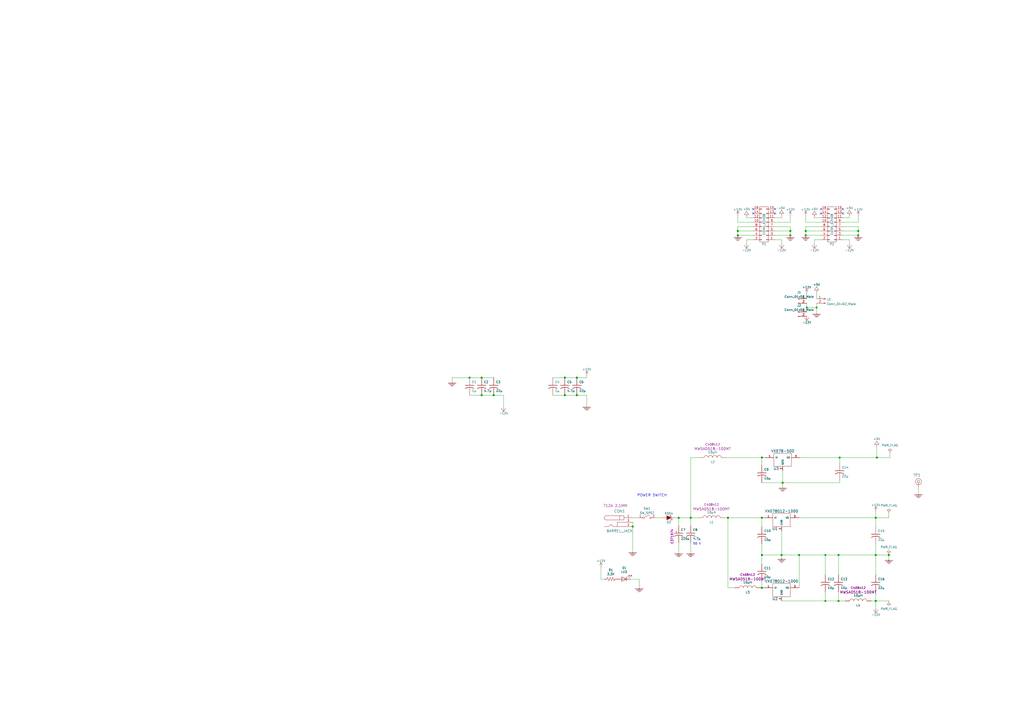
<source format=kicad_sch>
(kicad_sch (version 20211123) (generator eeschema)
  (paper "A2")
  (lib_symbols
    (symbol "Connector:Conn_01x02_Male" (pin_names (offset 1.016) hide)
      (property "Reference" "J" (at 0 2.54 0))
      (property "Value" "Conn_01x02_Male" (at 0 -5.08 0))
      (symbol "Conn_01x02_Male_1_1"
        (polyline (pts (xy 1.27 -2.54) (xy 0.8636 -2.54)) (stroke (width 0.1524)))
        (polyline (pts (xy 1.27 0) (xy 0.8636 0)) (stroke (width 0.1524)))
        (rectangle (start 0.8636 -2.413) (end 0 -2.667) (stroke (width 0.1524)) (fill (type outline)))
        (rectangle (start 0.8636 0.127) (end 0 -0.127) (stroke (width 0.1524)) (fill (type outline)))
        (pin passive line (at 5.08 0 180) (length 3.81) (name "Pin_1") (number "1"))
        (pin passive line (at 5.08 -2.54 180) (length 3.81) (name "Pin_2") (number "2"))
      )
    )
    (symbol "Device:LED" (pin_numbers hide) (pin_names (offset 1.016) hide)
      (property "Reference" "D" (at 0 2.54 0))
      (property "Value" "LED" (at 0 -2.54 0))
      (symbol "LED_0_1"
        (polyline (pts (xy -1.27 -1.27) (xy -1.27 1.27)) (stroke (width 0.2032)))
        (polyline (pts (xy -1.27 0) (xy 1.27 0)))
        (polyline (pts (xy 1.27 -1.27) (xy 1.27 1.27) (xy -1.27 0) (xy 1.27 -1.27)) (stroke (width 0.2032)))
        (polyline (pts (xy -3.048 -0.762) (xy -4.572 -2.286) (xy -3.81 -2.286) (xy -4.572 -2.286) (xy -4.572 -1.524)))
        (polyline (pts (xy -1.778 -0.762) (xy -3.302 -2.286) (xy -2.54 -2.286) (xy -3.302 -2.286) (xy -3.302 -1.524)))
      )
      (symbol "LED_1_1"
        (pin passive line (at -3.81 0 0) (length 2.54) (name "K") (number "1"))
        (pin passive line (at 3.81 0 180) (length 2.54) (name "A") (number "2"))
      )
    )
    (symbol "Device:R_US" (pin_numbers hide) (pin_names (offset 0))
      (property "Reference" "R" (at 2.54 0 90))
      (property "Value" "R_US" (at -2.54 0 90))
      (symbol "R_US_0_1"
        (polyline (pts (xy 0 -2.286) (xy 0 -2.54)))
        (polyline (pts (xy 0 2.286) (xy 0 2.54)))
        (polyline (pts (xy 0 -0.762) (xy 1.016 -1.143) (xy 0 -1.524) (xy -1.016 -1.905) (xy 0 -2.286)))
        (polyline (pts (xy 0 0.762) (xy 1.016 0.381) (xy 0 0) (xy -1.016 -0.381) (xy 0 -0.762)))
        (polyline (pts (xy 0 2.286) (xy 1.016 1.905) (xy 0 1.524) (xy -1.016 1.143) (xy 0 0.762)))
      )
      (symbol "R_US_1_1"
        (pin passive line (at 0 3.81 270) (length 1.27) (name "~") (number "1"))
        (pin passive line (at 0 -3.81 90) (length 1.27) (name "~") (number "2"))
      )
    )
    (symbol "Switch:SW_SPST" (pin_names (offset 0) hide)
      (property "Reference" "SW" (at 0 3.175 0))
      (property "Value" "SW_SPST" (at 0 -2.54 0))
      (symbol "SW_SPST_0_0"
        (circle (center -2.032 0) (radius 0.508))
        (polyline (pts (xy -1.524 0.254) (xy 1.524 1.778)))
        (circle (center 2.032 0) (radius 0.508))
      )
      (symbol "SW_SPST_1_1"
        (pin passive line (at -5.08 0 0) (length 2.54) (name "A") (number "1"))
        (pin passive line (at 5.08 0 180) (length 2.54) (name "B") (number "2"))
      )
    )
    (symbol "VXO_PSU-rescue:-12V" (power) (pin_names (offset 0))
      (property "Value" "-12V" (at 0 3.556 0))
      (symbol "-12V_0_1"
        (polyline (pts (xy 0 0) (xy 0 2.54)))
        (polyline (pts (xy 0 2.54) (xy -1.27 0.635)))
        (polyline (pts (xy 0 2.54) (xy 1.27 0.635)))
      )
      (symbol "-12V_1_1"
        (pin power_in line (at 0 0 90) (length 0) hide (name "-12V") (number "1"))
      )
    )
    (symbol "VXO_PSU-rescue:5V" (power) (pin_names (offset 0))
      (property "Value" "5V" (at 0 4.445 0))
      (symbol "5V_0_1"
        (polyline (pts (xy 0 1.27) (xy 0 0)))
        (polyline (pts (xy 1.27 1.27) (xy -1.27 1.27) (xy 0 3.175) (xy 1.27 1.27)))
      )
      (symbol "5V_1_1"
        (pin power_in line (at 0 0 90) (length 0) hide (name "+5V") (number "1"))
      )
    )
    (symbol "VXO_PSU-rescue:BARREL_JACK" (pin_names (offset 1.016))
      (property "Reference" "CON" (at 0 6.35 0))
      (property "Value" "BARREL_JACK" (at 0 -5.08 0))
      (symbol "BARREL_JACK_0_1"
        (arc (start -8.89 2.54) (mid -8.5271 1.6254) (end -7.62 1.27))
        (arc (start -7.62 3.81) (mid -8.5088 3.4366) (end -8.89 2.54))
        (polyline (pts (xy -7.62 1.27) (xy 0 1.27)))
        (polyline (pts (xy 0 3.81) (xy -7.62 3.81)))
        (polyline (pts (xy 2.54 0) (xy -1.27 0) (xy -1.27 -2.54)))
        (polyline (pts (xy 2.54 -2.54) (xy -3.81 -2.54) (xy -5.08 -1.27) (xy -6.35 -2.54) (xy -8.89 -2.54)))
        (rectangle (start 2.54 3.81) (end 0 1.27))
      )
      (symbol "BARREL_JACK_1_1"
        (pin passive line (at 7.62 2.54 180) (length 5.08) (name "~") (number "1"))
        (pin passive line (at 7.62 -2.54 180) (length 5.08) (name "~") (number "2"))
        (pin passive line (at 7.62 0 180) (length 5.08) (name "~") (number "3"))
      )
    )
    (symbol "VXO_PSU-rescue:CONN_02X08" (pin_names (offset 0.0254) hide)
      (property "Reference" "P" (at 0 11.43 0))
      (property "Value" "CONN_02X08" (at 0 0 90))
      (symbol "CONN_02X08_0_1"
        (rectangle (start -2.54 -8.763) (end -1.27 -9.017))
        (rectangle (start -2.54 -6.223) (end -1.27 -6.477))
        (rectangle (start -2.54 -3.683) (end -1.27 -3.937))
        (rectangle (start -2.54 -1.143) (end -1.27 -1.397))
        (rectangle (start -2.54 1.397) (end -1.27 1.143))
        (rectangle (start -2.54 3.937) (end -1.27 3.683))
        (rectangle (start -2.54 6.477) (end -1.27 6.223))
        (rectangle (start -2.54 9.017) (end -1.27 8.763))
        (rectangle (start -2.54 10.16) (end 2.54 -10.16))
        (rectangle (start 1.27 -8.763) (end 2.54 -9.017))
        (rectangle (start 1.27 -6.223) (end 2.54 -6.477))
        (rectangle (start 1.27 -3.683) (end 2.54 -3.937))
        (rectangle (start 1.27 -1.143) (end 2.54 -1.397))
        (rectangle (start 1.27 1.397) (end 2.54 1.143))
        (rectangle (start 1.27 3.937) (end 2.54 3.683))
        (rectangle (start 1.27 6.477) (end 2.54 6.223))
        (rectangle (start 1.27 9.017) (end 2.54 8.763))
      )
      (symbol "CONN_02X08_1_1"
        (pin passive line (at -6.35 8.89 0) (length 3.81) (name "P1") (number "1"))
        (pin passive line (at 6.35 -1.27 180) (length 3.81) (name "P10") (number "10"))
        (pin passive line (at -6.35 -3.81 0) (length 3.81) (name "P11") (number "11"))
        (pin passive line (at 6.35 -3.81 180) (length 3.81) (name "P12") (number "12"))
        (pin passive line (at -6.35 -6.35 0) (length 3.81) (name "P13") (number "13"))
        (pin passive line (at 6.35 -6.35 180) (length 3.81) (name "P14") (number "14"))
        (pin passive line (at -6.35 -8.89 0) (length 3.81) (name "P15") (number "15"))
        (pin passive line (at 6.35 -8.89 180) (length 3.81) (name "P16") (number "16"))
        (pin passive line (at 6.35 8.89 180) (length 3.81) (name "P2") (number "2"))
        (pin passive line (at -6.35 6.35 0) (length 3.81) (name "P3") (number "3"))
        (pin passive line (at 6.35 6.35 180) (length 3.81) (name "P4") (number "4"))
        (pin passive line (at -6.35 3.81 0) (length 3.81) (name "P5") (number "5"))
        (pin passive line (at 6.35 3.81 180) (length 3.81) (name "P6") (number "6"))
        (pin passive line (at -6.35 1.27 0) (length 3.81) (name "P7") (number "7"))
        (pin passive line (at 6.35 1.27 180) (length 3.81) (name "P8") (number "8"))
        (pin passive line (at -6.35 -1.27 0) (length 3.81) (name "P9") (number "9"))
      )
    )
    (symbol "VXO_PSU-rescue:CONN_1" (pin_numbers hide) (pin_names (offset 0.762) hide)
      (property "Reference" "P" (at 3.81 -1.27 90))
      (symbol "CONN_1_0_1"
        (polyline (pts (xy -0.762 0) (xy -1.27 0)))
        (circle (center 0 0) (radius 0.7874))
        (circle (center 0 0) (radius 1.8034))
      )
      (symbol "CONN_1_1_1"
        (pin passive line (at -3.81 0 0) (length 2.54) (name "1") (number "1"))
      )
    )
    (symbol "VXO_PSU-rescue:CP_US" (pin_numbers hide) (pin_names (offset 0.254) hide)
      (property "Reference" "C" (at 1.27 2.54 0))
      (property "Value" "CP_US" (at 1.27 -2.54 0))
      (symbol "CP_US_0_1"
        (polyline (pts (xy -1.778 1.524) (xy -0.762 1.524)) (stroke (width 0.127)))
        (polyline (pts (xy -1.27 1.016) (xy -1.27 2.032)) (stroke (width 0.127)))
        (polyline (pts (xy -2.54 0.635) (xy 2.54 0.635) (xy 2.54 0.635)) (stroke (width 0.254)))
        (arc (start 2.54 -1.27) (mid 0 -0.5009) (end -2.54 -1.27) (stroke (width 0.254)))
      )
      (symbol "CP_US_1_1"
        (pin passive line (at 0 5.08 270) (length 4.445) (name "+") (number "1"))
        (pin passive line (at 0 -5.08 90) (length 4.445) (name "-") (number "2"))
      )
    )
    (symbol "VXO_PSU-rescue:C_US" (pin_numbers hide) (pin_names (offset 0.254) hide)
      (property "Reference" "C" (at 1.27 2.54 0))
      (property "Value" "C_US" (at 1.27 -2.54 0))
      (symbol "C_US_0_1"
        (polyline (pts (xy -2.54 0.635) (xy 2.54 0.635) (xy 2.54 0.635)) (stroke (width 0.254)))
        (arc (start 2.54 -1.27) (mid 0 -0.5009) (end -2.54 -1.27) (stroke (width 0.254)))
      )
      (symbol "C_US_1_1"
        (pin passive line (at 0 5.08 270) (length 4.445) (name "~") (number "1"))
        (pin passive line (at 0 -5.08 90) (length 4.445) (name "~") (number "2"))
      )
    )
    (symbol "VXO_PSU-rescue:D_Schottky" (pin_numbers hide) (pin_names (offset 1.016) hide)
      (property "Reference" "D" (at 0 2.54 0))
      (property "Value" "D_Schottky" (at 0 -2.54 0))
      (symbol "D_Schottky_0_1"
        (polyline (pts (xy 1.27 1.27) (xy -1.27 0) (xy 1.27 -1.27)) (fill (type outline)))
        (polyline (pts (xy -1.905 0.635) (xy -1.905 1.27) (xy -1.27 1.27) (xy -1.27 -1.27) (xy -0.635 -1.27) (xy -0.635 -0.635)) (stroke (width 0.2032)))
      )
      (symbol "D_Schottky_1_1"
        (pin passive line (at -3.81 0 0) (length 2.54) (name "K") (number "1"))
        (pin passive line (at 3.81 0 180) (length 2.54) (name "A") (number "2"))
      )
    )
    (symbol "VXO_PSU-rescue:GND_E" (power) (pin_names (offset 0))
      (symbol "GND_E_1_1"
        (polyline (pts (xy -2.286 0) (xy 2.286 0)) (stroke (width 0.254)))
        (polyline (pts (xy -1.524 -0.762) (xy 1.524 -0.762)) (stroke (width 0.254)))
        (polyline (pts (xy -0.762 -1.524) (xy 0.762 -1.524)) (stroke (width 0.254)))
        (pin power_in line (at 0 0 270) (length 0) hide (name "GND") (number "~"))
      )
    )
    (symbol "VXO_PSU-rescue:INDUCTOR" (pin_numbers hide) (pin_names (offset 1.016) hide)
      (property "Reference" "L" (at -1.27 0 90))
      (property "Value" "INDUCTOR" (at 2.54 0 90))
      (symbol "INDUCTOR_0_1"
        (arc (start 0.0254 -5.0546) (mid 1.2449 -3.8097) (end 0.0254 -2.54))
        (arc (start 0.0254 -2.5146) (mid 1.2703 -1.2444) (end 0.0254 0.0508))
        (arc (start 0.0254 0.0254) (mid 1.2703 1.2956) (end 0.0254 2.5908))
        (arc (start 0.0254 2.5654) (mid 1.1941 3.7595) (end 0.0254 4.9784))
      )
      (symbol "INDUCTOR_1_1"
        (pin passive line (at 0 7.62 270) (length 2.54) (name "1") (number "1"))
        (pin passive line (at 0 -7.62 90) (length 2.54) (name "2") (number "2"))
      )
    )
    (symbol "VXO_PSU-rescue:R-78E5.0-1.0" (pin_names (offset 0.762))
      (property "Reference" "U" (at 3.81 -4.9784 0))
      (property "Value" "R-78E5.0-1.0" (at 0 5.08 0))
      (symbol "R-78E5.0-1.0_0_1"
        (rectangle (start -5.08 -3.81) (end 5.08 3.81))
      )
      (symbol "R-78E5.0-1.0_1_1"
        (pin input line (at -10.16 1.27 0) (length 5.08) (name "VI") (number "1"))
        (pin input line (at 0 -6.35 90) (length 2.54) (name "GND") (number "2"))
        (pin power_out line (at 10.16 1.27 180) (length 5.08) (name "VO") (number "3"))
      )
    )
    (symbol "power1:+12V" (power) (pin_names (offset 0))
      (property "Value" "+12V" (at 0 3.556 0))
      (symbol "+12V_0_1"
        (polyline (pts (xy -0.762 1.27) (xy 0 2.54)))
        (polyline (pts (xy 0 0) (xy 0 2.54)))
        (polyline (pts (xy 0 2.54) (xy 0.762 1.27)))
      )
      (symbol "+12V_1_1"
        (pin power_in line (at 0 0 90) (length 0) hide (name "+12V") (number "1"))
      )
    )
    (symbol "power1:PWR_FLAG" (power) (pin_numbers hide) (pin_names (offset 0) hide)
      (property "Value" "PWR_FLAG" (at 0 3.81 0))
      (symbol "PWR_FLAG_0_0"
        (pin power_out line (at 0 0 90) (length 0) (name "pwr") (number "1"))
      )
      (symbol "PWR_FLAG_0_1"
        (polyline (pts (xy 0 0) (xy 0 1.27) (xy -1.016 1.905) (xy 0 2.54) (xy 1.016 1.905) (xy 0 1.27)))
      )
    )
  )
  (junction (at 508 300.355) (diameter 1.016))
  (junction (at 327.66 219.075) (diameter 1.016))
  (junction (at 486.41 321.945) (diameter 1.016))
  (junction (at 478.79 321.945))
  (junction (at 473.71 178.435))
  (junction (at 393.7 300.355) (diameter 1.016))
  (junction (at 467.36 133.985) (diameter 1.016))
  (junction (at 458.47 133.985) (diameter 1.016))
  (junction (at 334.645 229.235) (diameter 1.016))
  (junction (at 478.79 348.615))
  (junction (at 497.84 133.985) (diameter 1.016))
  (junction (at 441.96 265.43) (diameter 1.016))
  (junction (at 467.995 178.435))
  (junction (at 327.66 229.235) (diameter 1.016))
  (junction (at 508.635 265.43) (diameter 1.016))
  (junction (at 486.41 348.615) (diameter 1.016))
  (junction (at 427.99 136.525) (diameter 1.016))
  (junction (at 334.645 219.075) (diameter 1.016))
  (junction (at 454.025 280.035) (diameter 1.016))
  (junction (at 497.84 136.525) (diameter 1.016))
  (junction (at 272.415 219.075) (diameter 1.016))
  (junction (at 441.96 300.355) (diameter 1.016))
  (junction (at 286.385 229.235) (diameter 1.016))
  (junction (at 400.685 300.355) (diameter 1.016))
  (junction (at 441.96 321.945) (diameter 1.016))
  (junction (at 279.4 229.235) (diameter 1.016))
  (junction (at 441.96 340.995) (diameter 1.016))
  (junction (at 422.275 300.355) (diameter 1.016))
  (junction (at 487.045 265.43) (diameter 1.016))
  (junction (at 458.47 136.525) (diameter 1.016))
  (junction (at 279.4 219.075) (diameter 1.016))
  (junction (at 508 348.615) (diameter 1.016))
  (junction (at 508 321.945) (diameter 1.016))
  (junction (at 463.55 321.945) (diameter 1.016))
  (junction (at 427.99 133.985) (diameter 1.016))
  (junction (at 453.39 321.945) (diameter 1.016))
  (junction (at 515.62 321.945) (diameter 1.016))
  (junction (at 367.03 305.435) (diameter 1.016))
  (junction (at 467.36 136.525) (diameter 1.016))
  (no_connect (at 488.95 121.285))
  (no_connect (at 488.95 123.825))
  (no_connect (at 476.25 121.285))
  (no_connect (at 476.25 123.825))
  (no_connect (at 449.58 121.285))
  (no_connect (at 449.58 123.825))
  (no_connect (at 436.88 121.285))
  (no_connect (at 436.88 123.825))
  (wire (pts (xy 505.46 348.615) (xy 508 348.615)))
  (wire (pts (xy 441.96 340.995) (xy 443.23 340.995)))
  (wire (pts (xy 380.365 300.355) (xy 384.175 300.355)))
  (wire (pts (xy 320.675 229.235) (xy 327.66 229.235)))
  (wire (pts (xy 488.95 131.445) (xy 497.84 131.445)))
  (wire (pts (xy 348.615 328.93) (xy 348.615 335.915)))
  (wire (pts (xy 348.615 335.915) (xy 350.52 335.915)))
  (wire (pts (xy 436.88 133.985) (xy 427.99 133.985)))
  (wire (pts (xy 441.96 269.875) (xy 441.96 265.43)))
  (wire (pts (xy 492.76 126.365) (xy 488.95 126.365)))
  (wire (pts (xy 441.96 265.43) (xy 443.865 265.43)))
  (wire (pts (xy 508 300.355) (xy 515.62 300.355)))
  (wire (pts (xy 476.25 131.445) (xy 467.36 131.445)))
  (wire (pts (xy 427.99 125.095) (xy 427.99 128.905)))
  (wire (pts (xy 467.36 125.095) (xy 467.36 128.905)))
  (wire (pts (xy 508 343.535) (xy 508 348.615)))
  (wire (pts (xy 467.36 133.985) (xy 467.36 136.525)))
  (wire (pts (xy 370.84 335.915) (xy 370.84 341.63)))
  (wire (pts (xy 486.41 321.945) (xy 508 321.945)))
  (wire (pts (xy 487.045 265.43) (xy 487.045 268.605)))
  (wire (pts (xy 488.95 136.525) (xy 497.84 136.525)))
  (wire (pts (xy 453.39 348.615) (xy 478.79 348.615)))
  (wire (pts (xy 420.37 300.355) (xy 422.275 300.355)))
  (wire (pts (xy 508.635 265.43) (xy 516.255 265.43)))
  (wire (pts (xy 453.39 139.065) (xy 449.58 139.065)))
  (wire (pts (xy 454.025 280.035) (xy 454.025 283.21)))
  (wire (pts (xy 492.76 141.605) (xy 492.76 139.065)))
  (wire (pts (xy 279.4 219.075) (xy 286.385 219.075)))
  (wire (pts (xy 492.76 139.065) (xy 488.95 139.065)))
  (wire (pts (xy 476.25 133.985) (xy 467.36 133.985)))
  (wire (pts (xy 508.635 265.43) (xy 508.635 259.08)))
  (wire (pts (xy 340.36 217.805) (xy 340.36 219.075)))
  (wire (pts (xy 487.045 265.43) (xy 508.635 265.43)))
  (wire (pts (xy 472.44 126.365) (xy 476.25 126.365)))
  (wire (pts (xy 433.07 126.365) (xy 436.88 126.365)))
  (wire (pts (xy 453.39 141.605) (xy 453.39 139.065)))
  (wire (pts (xy 427.99 136.525) (xy 427.99 137.795)))
  (wire (pts (xy 449.58 136.525) (xy 458.47 136.525)))
  (wire (pts (xy 433.07 125.73) (xy 433.07 126.365)))
  (wire (pts (xy 492.76 125.095) (xy 492.76 126.365)))
  (wire (pts (xy 478.79 343.535) (xy 478.79 348.615)))
  (wire (pts (xy 487.045 280.035) (xy 487.045 278.765)))
  (wire (pts (xy 472.44 139.065) (xy 472.44 141.605)))
  (wire (pts (xy 463.55 321.945) (xy 478.79 321.945)))
  (wire (pts (xy 486.41 343.535) (xy 486.41 348.615)))
  (wire (pts (xy 422.275 340.995) (xy 426.085 340.995)))
  (wire (pts (xy 486.41 321.945) (xy 486.41 333.375)))
  (wire (pts (xy 467.36 131.445) (xy 467.36 133.985)))
  (wire (pts (xy 515.62 321.945) (xy 515.62 325.12)))
  (wire (pts (xy 476.25 139.065) (xy 472.44 139.065)))
  (wire (pts (xy 334.645 219.075) (xy 340.36 219.075)))
  (wire (pts (xy 478.79 321.945) (xy 486.41 321.945)))
  (wire (pts (xy 458.47 128.905) (xy 449.58 128.905)))
  (wire (pts (xy 441.96 315.595) (xy 441.96 321.945)))
  (wire (pts (xy 449.58 133.985) (xy 458.47 133.985)))
  (wire (pts (xy 497.84 133.985) (xy 497.84 136.525)))
  (wire (pts (xy 367.03 302.895) (xy 367.03 305.435)))
  (wire (pts (xy 458.47 125.095) (xy 458.47 128.905)))
  (wire (pts (xy 508 321.945) (xy 515.62 321.945)))
  (wire (pts (xy 422.275 300.355) (xy 441.96 300.355)))
  (wire (pts (xy 478.79 321.945) (xy 478.79 333.375)))
  (wire (pts (xy 422.275 300.355) (xy 422.275 340.995)))
  (wire (pts (xy 367.03 300.355) (xy 370.205 300.355)))
  (wire (pts (xy 327.66 229.235) (xy 334.645 229.235)))
  (wire (pts (xy 467.36 136.525) (xy 467.36 137.795)))
  (wire (pts (xy 441.96 305.435) (xy 441.96 300.355)))
  (wire (pts (xy 516.255 265.43) (xy 516.255 262.89)))
  (wire (pts (xy 453.39 321.945) (xy 463.55 321.945)))
  (wire (pts (xy 453.39 126.365) (xy 449.58 126.365)))
  (wire (pts (xy 427.99 131.445) (xy 427.99 133.985)))
  (wire (pts (xy 458.47 131.445) (xy 458.47 133.985)))
  (wire (pts (xy 441.96 321.945) (xy 453.39 321.945)))
  (wire (pts (xy 463.55 300.355) (xy 508 300.355)))
  (wire (pts (xy 320.675 219.075) (xy 327.66 219.075)))
  (wire (pts (xy 292.1 236.22) (xy 292.1 229.235)))
  (wire (pts (xy 400.685 314.96) (xy 400.685 321.31)))
  (wire (pts (xy 454.025 280.035) (xy 487.045 280.035)))
  (wire (pts (xy 472.44 125.73) (xy 472.44 126.365)))
  (wire (pts (xy 473.71 178.435) (xy 467.995 178.435)))
  (wire (pts (xy 497.84 128.905) (xy 488.95 128.905)))
  (wire (pts (xy 508 296.545) (xy 508 300.355)))
  (wire (pts (xy 508 300.355) (xy 508 305.435)))
  (wire (pts (xy 262.255 219.075) (xy 262.255 222.25)))
  (wire (pts (xy 441.96 321.945) (xy 441.96 327.025)))
  (wire (pts (xy 393.7 300.355) (xy 400.685 300.355)))
  (wire (pts (xy 486.41 348.615) (xy 490.22 348.615)))
  (wire (pts (xy 508 315.595) (xy 508 321.945)))
  (wire (pts (xy 454.025 273.05) (xy 454.025 280.035)))
  (wire (pts (xy 478.79 348.615) (xy 486.41 348.615)))
  (wire (pts (xy 400.685 265.43) (xy 400.685 300.355)))
  (wire (pts (xy 458.47 136.525) (xy 458.47 137.795)))
  (wire (pts (xy 286.385 229.235) (xy 292.1 229.235)))
  (wire (pts (xy 400.685 300.355) (xy 400.685 304.8)))
  (wire (pts (xy 497.84 131.445) (xy 497.84 133.985)))
  (wire (pts (xy 453.39 125.095) (xy 453.39 126.365)))
  (wire (pts (xy 453.39 307.975) (xy 453.39 321.945)))
  (wire (pts (xy 433.07 139.065) (xy 433.07 141.605)))
  (wire (pts (xy 367.03 305.435) (xy 367.03 320.675)))
  (wire (pts (xy 427.99 133.985) (xy 427.99 136.525)))
  (wire (pts (xy 458.47 133.985) (xy 458.47 136.525)))
  (wire (pts (xy 467.36 128.905) (xy 476.25 128.905)))
  (wire (pts (xy 453.39 321.945) (xy 453.39 324.485)))
  (wire (pts (xy 488.95 133.985) (xy 497.84 133.985)))
  (wire (pts (xy 272.415 229.235) (xy 279.4 229.235)))
  (wire (pts (xy 473.71 178.435) (xy 473.71 182.245)))
  (wire (pts (xy 464.185 265.43) (xy 487.045 265.43)))
  (wire (pts (xy 473.71 175.895) (xy 473.71 178.435)))
  (wire (pts (xy 497.84 125.095) (xy 497.84 128.905)))
  (wire (pts (xy 473.71 169.545) (xy 473.71 173.355)))
  (wire (pts (xy 508 348.615) (xy 515.62 348.615)))
  (wire (pts (xy 467.995 170.18) (xy 467.995 173.355)))
  (wire (pts (xy 436.88 131.445) (xy 427.99 131.445)))
  (wire (pts (xy 532.765 283.21) (xy 532.765 287.02)))
  (wire (pts (xy 427.99 128.905) (xy 436.88 128.905)))
  (wire (pts (xy 405.765 265.43) (xy 400.685 265.43)))
  (wire (pts (xy 467.995 178.435) (xy 467.995 180.975)))
  (wire (pts (xy 400.685 300.355) (xy 405.13 300.355)))
  (wire (pts (xy 327.66 219.075) (xy 334.645 219.075)))
  (wire (pts (xy 393.7 304.8) (xy 393.7 300.355)))
  (wire (pts (xy 449.58 131.445) (xy 458.47 131.445)))
  (wire (pts (xy 508 321.945) (xy 508 333.375)))
  (wire (pts (xy 340.36 236.22) (xy 340.36 229.235)))
  (wire (pts (xy 421.005 265.43) (xy 441.96 265.43)))
  (wire (pts (xy 436.88 139.065) (xy 433.07 139.065)))
  (wire (pts (xy 391.795 300.355) (xy 393.7 300.355)))
  (wire (pts (xy 476.25 136.525) (xy 467.36 136.525)))
  (wire (pts (xy 393.7 314.96) (xy 393.7 321.31)))
  (wire (pts (xy 467.995 175.895) (xy 467.995 178.435)))
  (wire (pts (xy 262.255 219.075) (xy 272.415 219.075)))
  (wire (pts (xy 441.96 280.035) (xy 454.025 280.035)))
  (wire (pts (xy 279.4 229.235) (xy 286.385 229.235)))
  (wire (pts (xy 515.62 300.355) (xy 515.62 297.815)))
  (wire (pts (xy 463.55 321.945) (xy 463.55 340.995)))
  (wire (pts (xy 272.415 219.075) (xy 279.4 219.075)))
  (wire (pts (xy 441.96 337.185) (xy 441.96 340.995)))
  (wire (pts (xy 436.88 136.525) (xy 427.99 136.525)))
  (wire (pts (xy 441.96 300.355) (xy 443.23 300.355)))
  (wire (pts (xy 508 348.615) (xy 508 353.06)))
  (wire (pts (xy 365.76 335.915) (xy 370.84 335.915)))
  (wire (pts (xy 497.84 136.525) (xy 497.84 137.795)))
  (wire (pts (xy 441.325 340.995) (xy 441.96 340.995)))
  (wire (pts (xy 334.645 229.235) (xy 340.36 229.235)))
  (text "50 V" (at 401.955 316.23 0) (effects (font (size 1.27 1.27)) (justify left bottom)))
  (text "POWER SWITCH" (at 369.57 288.29 0) (effects (font (size 1.524 1.524)) (justify left bottom)))
  (symbol (lib_id "VXO_PSU-rescue:GND_E") (at 453.39 324.485 0) (unit 1)
    (property "Reference" "#PWR016" (effects hide))
    (property "Value" "GND_E" (effects hide))
    (property "Footprint" "~" (at 453.39 324.485 0) (effects (font (size 1.524 1.524))))
    (property "Datasheet" "~" (at 453.39 324.485 0) (effects (font (size 1.524 1.524))))
  )
  (symbol (lib_id "VXO_PSU-rescue:C_US") (at 441.96 310.515 0) (unit 1)
    (property "Reference" "C10" (at 443.23 307.975 0) (effects (justify left)))
    (property "Value" "10µ" (at 443.23 313.055 0) (effects (justify left)))
    (property "Footprint" "Capacitor_SMD:C_1206_3216Metric" (effects hide))
    (property "LCSC" "C13585" (effects hide))
  )
  (symbol (lib_id "VXO_PSU-rescue:R-78E5.0-1.0") (at 453.39 301.625 0) (unit 1)
    (property "Reference" "U1" (at 449.58 306.705 0) (effects (font (size 1.524 1.524))))
    (property "Value" "VX078012-1000" (at 453.39 296.545 0) (effects (font (size 1.524 1.524))))
    (property "Footprint" "MyFootprints:VXO78012-1000" (effects hide))
  )
  (symbol (lib_id "VXO_PSU-rescue:CONN_1") (at 532.765 279.4 90) (unit 1)
    (property "Reference" "TP1" (at 534.035 275.59 90) (effects (font (size 1.524 1.524)) (justify left)))
    (property "Value" "CONN_1" (effects hide))
    (property "Footprint" "MyModules:TEST_POINT_LOOP_4592" (effects hide))
  )
  (symbol (lib_id "VXO_PSU-rescue:GND_E") (at 532.765 287.02 0) (unit 1)
    (property "Reference" "#PWR036" (effects hide))
    (property "Value" "GND_E" (effects hide))
    (property "Footprint" "~" (at 532.765 287.02 0) (effects (font (size 1.524 1.524))))
    (property "Datasheet" "~" (at 532.765 287.02 0) (effects (font (size 1.524 1.524))))
  )
  (symbol (lib_id "VXO_PSU-rescue:INDUCTOR") (at 412.75 300.355 90) (unit 1)
    (property "Reference" "L1" (at 412.75 302.895 90))
    (property "Value" "10µH" (at 412.75 297.18 90))
    (property "Footprint" "MyFootprints:L_Sunlord_MWSA0518_5.4x5.2mm" (effects hide))
    (property "Part Number" "MWSA0518-100MT" (at 412.75 295.275 90) (effects (font (size 1.524 1.524))))
    (property "LCSC" "C408412" (at 412.75 292.735 90))
  )
  (symbol (lib_id "VXO_PSU-rescue:BARREL_JACK") (at 359.41 302.895 0) (unit 1)
    (property "Reference" "CON1" (at 359.41 296.545 0) (effects (font (size 1.524 1.524))))
    (property "Value" "BARREL_JACK" (at 359.41 307.975 0) (effects (font (size 1.524 1.524))))
    (property "Footprint" "MyFootprints:712A-DC-JACK" (effects hide))
    (property "Part Number" "712A 2.1MM" (at 356.87 293.37 0) (effects (font (size 1.524 1.524))))
  )
  (symbol (lib_id "VXO_PSU-rescue:D_Schottky") (at 387.985 300.355 180) (unit 1)
    (property "Reference" "D2" (at 387.985 302.895 0))
    (property "Value" "SS54" (at 387.985 297.815 0))
    (property "Footprint" "Diode_SMD:D_SMA" (effects hide))
    (property "LCSC" "C22452" (effects hide))
  )
  (symbol (lib_id "VXO_PSU-rescue:GND_E") (at 367.03 320.675 0) (unit 1)
    (property "Reference" "#PWR06" (effects hide))
    (property "Value" "GND_E" (effects hide))
    (property "Footprint" "~" (at 367.03 320.675 0) (effects (font (size 1.524 1.524))))
    (property "Datasheet" "~" (at 367.03 320.675 0) (effects (font (size 1.524 1.524))))
  )
  (symbol (lib_id "VXO_PSU-rescue:C_US") (at 508 310.515 0) (unit 1)
    (property "Reference" "C15" (at 509.27 307.975 0) (effects (justify left)))
    (property "Value" "22µ" (at 509.27 313.055 0) (effects (justify left)))
    (property "Footprint" "Capacitor_SMD:C_1206_3216Metric" (effects hide))
    (property "LCSC" "C12891" (effects hide))
  )
  (symbol (lib_id "VXO_PSU-rescue:R-78E5.0-1.0") (at 453.39 342.265 0) (unit 1)
    (property "Reference" "U2" (at 449.58 347.345 0) (effects (font (size 1.524 1.524))))
    (property "Value" "VX078012-1000" (at 453.39 337.185 0) (effects (font (size 1.524 1.524))))
    (property "Footprint" "MyFootprints:VXO78012-1000" (effects hide))
  )
  (symbol (lib_id "VXO_PSU-rescue:C_US") (at 441.96 332.105 0) (unit 1)
    (property "Reference" "C11" (at 443.23 329.565 0) (effects (justify left)))
    (property "Value" "10µ" (at 443.23 334.645 0) (effects (justify left)))
    (property "Footprint" "Capacitor_SMD:C_1206_3216Metric" (effects hide))
    (property "LCSC" "C13585" (effects hide))
  )
  (symbol (lib_id "VXO_PSU-rescue:C_US") (at 486.41 338.455 0) (unit 1)
    (property "Reference" "C13" (at 487.68 335.915 0) (effects (justify left)))
    (property "Value" "10µ" (at 487.68 340.995 0) (effects (justify left)))
    (property "Footprint" "Capacitor_SMD:C_0603_1608Metric" (effects hide))
    (property "LCSC" "C96446" (effects hide))
  )
  (symbol (lib_id "VXO_PSU-rescue:C_US") (at 508 338.455 0) (unit 1)
    (property "Reference" "C16" (at 509.27 335.915 0) (effects (justify left)))
    (property "Value" "22µ" (at 509.27 340.995 0) (effects (justify left)))
    (property "Footprint" "Capacitor_SMD:C_1206_3216Metric" (effects hide))
    (property "LCSC" "C12891" (effects hide))
  )
  (symbol (lib_id "VXO_PSU-rescue:C_US") (at 400.685 309.88 0) (unit 1)
    (property "Reference" "C8" (at 401.955 307.34 0) (effects (justify left)))
    (property "Value" "4.7µ" (at 401.955 312.42 0) (effects (justify left)))
    (property "Footprint" "Capacitor_SMD:C_1206_3216Metric" (effects hide))
    (property "LCSC" "C132170" (effects hide))
  )
  (symbol (lib_id "VXO_PSU-rescue:GND_E") (at 400.685 321.31 0) (unit 1)
    (property "Reference" "#PWR09" (effects hide))
    (property "Value" "GND_E" (effects hide))
    (property "Footprint" "~" (at 400.685 321.31 0) (effects (font (size 1.524 1.524))))
    (property "Datasheet" "~" (at 400.685 321.31 0) (effects (font (size 1.524 1.524))))
  )
  (symbol (lib_id "power1:PWR_FLAG") (at 515.62 297.815 0) (unit 1)
    (property "Reference" "#FLG01" (effects hide))
    (property "Value" "PWR_FLAG" (at 515.62 293.243 0))
  )
  (symbol (lib_id "power1:PWR_FLAG") (at 515.62 321.945 0) (unit 1)
    (property "Reference" "#FLG02" (effects hide))
    (property "Value" "PWR_FLAG" (at 515.62 317.373 0))
  )
  (symbol (lib_id "power1:PWR_FLAG") (at 515.62 348.615 180) (unit 1)
    (property "Reference" "#FLG03" (effects hide))
    (property "Value" "PWR_FLAG" (at 515.62 353.187 0))
  )
  (symbol (lib_id "VXO_PSU-rescue:CONN_02X08") (at 443.23 130.175 180) (unit 1)
    (property "Reference" "P1" (at 443.23 141.605 0))
    (property "Value" "CONN_02X08" (at 443.23 130.175 90))
    (property "Footprint" "Connector_IDC:IDC-Header_2x08_P2.54mm_Vertical" (effects hide))
  )
  (symbol (lib_id "power1:+12V") (at 427.99 125.095 0) (unit 1)
    (property "Reference" "#PWR010" (effects hide))
    (property "Value" "+12V" (at 427.99 121.539 0))
  )
  (symbol (lib_id "VXO_PSU-rescue:5V") (at 433.07 125.73 0) (unit 1)
    (property "Reference" "#PWR012" (effects hide))
    (property "Value" "5V" (at 433.07 121.285 0))
  )
  (symbol (lib_id "VXO_PSU-rescue:5V") (at 453.39 125.095 0) (unit 1)
    (property "Reference" "#PWR014" (effects hide))
    (property "Value" "5V" (at 453.39 120.65 0))
  )
  (symbol (lib_id "power1:+12V") (at 458.47 125.095 0) (mirror y) (unit 1)
    (property "Reference" "#PWR018" (effects hide))
    (property "Value" "+12V" (at 458.47 121.539 0))
  )
  (symbol (lib_id "VXO_PSU-rescue:-12V") (at 433.07 141.605 180) (unit 1)
    (property "Reference" "#PWR013" (effects hide))
    (property "Value" "-12V" (at 433.07 145.161 0))
  )
  (symbol (lib_id "VXO_PSU-rescue:-12V") (at 453.39 141.605 180) (unit 1)
    (property "Reference" "#PWR015" (effects hide))
    (property "Value" "-12V" (at 453.39 145.161 0))
  )
  (symbol (lib_id "VXO_PSU-rescue:CONN_02X08") (at 482.6 130.175 180) (unit 1)
    (property "Reference" "P2" (at 482.6 141.605 0))
    (property "Value" "CONN_02X08" (at 482.6 130.175 90))
    (property "Footprint" "Connector_IDC:IDC-Header_2x08_P2.54mm_Vertical" (effects hide))
  )
  (symbol (lib_id "power1:+12V") (at 467.36 125.095 0) (unit 1)
    (property "Reference" "#PWR020" (effects hide))
    (property "Value" "+12V" (at 467.36 121.539 0))
  )
  (symbol (lib_id "VXO_PSU-rescue:5V") (at 472.44 125.73 0) (unit 1)
    (property "Reference" "#PWR024" (effects hide))
    (property "Value" "5V" (at 472.44 121.285 0))
  )
  (symbol (lib_id "VXO_PSU-rescue:5V") (at 492.76 125.095 0) (unit 1)
    (property "Reference" "#PWR028" (effects hide))
    (property "Value" "5V" (at 492.76 120.65 0))
  )
  (symbol (lib_id "power1:+12V") (at 497.84 125.095 0) (mirror y) (unit 1)
    (property "Reference" "#PWR030" (effects hide))
    (property "Value" "+12V" (at 497.84 121.539 0))
  )
  (symbol (lib_id "VXO_PSU-rescue:-12V") (at 472.44 141.605 180) (unit 1)
    (property "Reference" "#PWR025" (effects hide))
    (property "Value" "-12V" (at 472.44 145.161 0))
  )
  (symbol (lib_id "VXO_PSU-rescue:-12V") (at 492.76 141.605 180) (unit 1)
    (property "Reference" "#PWR029" (effects hide))
    (property "Value" "-12V" (at 492.76 145.161 0))
  )
  (symbol (lib_id "power1:+12V") (at 508 296.545 0) (unit 1)
    (property "Reference" "#PWR032" (effects hide))
    (property "Value" "+12V" (at 508 292.989 0))
  )
  (symbol (lib_id "VXO_PSU-rescue:-12V") (at 508 353.06 180) (unit 1)
    (property "Reference" "#PWR033" (effects hide))
    (property "Value" "-12V" (at 508 356.616 0))
  )
  (symbol (lib_id "VXO_PSU-rescue:R-78E5.0-1.0") (at 454.025 266.7 0) (unit 1)
    (property "Reference" "U3" (at 450.215 271.78 0) (effects (font (size 1.524 1.524))))
    (property "Value" "VX078-500" (at 454.025 261.62 0) (effects (font (size 1.524 1.524))))
    (property "Footprint" "MyFootprints:CUI_VXO780XX-500" (effects hide))
  )
  (symbol (lib_id "VXO_PSU-rescue:C_US") (at 441.96 274.955 0) (unit 1)
    (property "Reference" "C9" (at 443.23 272.415 0) (effects (justify left)))
    (property "Value" "10µ" (at 443.23 277.495 0) (effects (justify left)))
    (property "Footprint" "Capacitor_SMD:C_1206_3216Metric" (effects hide))
    (property "LCSC" "C13585" (effects hide))
  )
  (symbol (lib_id "VXO_PSU-rescue:GND_E") (at 454.025 283.21 0) (unit 1)
    (property "Reference" "#PWR017" (effects hide))
    (property "Value" "GND_E" (effects hide))
    (property "Footprint" "~" (at 454.025 283.21 0) (effects (font (size 1.524 1.524))))
    (property "Datasheet" "~" (at 454.025 283.21 0) (effects (font (size 1.524 1.524))))
  )
  (symbol (lib_id "VXO_PSU-rescue:C_US") (at 487.045 273.685 0) (unit 1)
    (property "Reference" "C14" (at 488.315 271.145 0) (effects (justify left)))
    (property "Value" "22µ" (at 488.315 276.225 0) (effects (justify left)))
    (property "Footprint" "Capacitor_SMD:C_1206_3216Metric" (effects hide))
    (property "LCSC" "C12891" (effects hide))
  )
  (symbol (lib_id "power1:PWR_FLAG") (at 516.255 262.89 0) (unit 1)
    (property "Reference" "#FLG04" (effects hide))
    (property "Value" "PWR_FLAG" (at 516.255 258.318 0))
  )
  (symbol (lib_id "VXO_PSU-rescue:5V") (at 508.635 259.08 0) (unit 1)
    (property "Reference" "#PWR034" (effects hide))
    (property "Value" "5V" (at 508.635 254.635 0))
  )
  (symbol (lib_id "VXO_PSU-rescue:GND_E") (at 515.62 325.12 0) (unit 1)
    (property "Reference" "#PWR035" (effects hide))
    (property "Value" "GND_E" (effects hide))
    (property "Footprint" "~" (at 515.62 325.12 0) (effects (font (size 1.524 1.524))))
    (property "Datasheet" "~" (at 515.62 325.12 0) (effects (font (size 1.524 1.524))))
  )
  (symbol (lib_id "VXO_PSU-rescue:GND_E") (at 458.47 137.795 0) (unit 1)
    (property "Reference" "#PWR019" (effects hide))
    (property "Value" "GND_E" (effects hide))
    (property "Footprint" "~" (at 458.47 137.795 0) (effects (font (size 1.524 1.524))))
    (property "Datasheet" "~" (at 458.47 137.795 0) (effects (font (size 1.524 1.524))))
  )
  (symbol (lib_id "VXO_PSU-rescue:GND_E") (at 427.99 137.795 0) (unit 1)
    (property "Reference" "#PWR011" (effects hide))
    (property "Value" "GND_E" (effects hide))
    (property "Footprint" "~" (at 427.99 137.795 0) (effects (font (size 1.524 1.524))))
    (property "Datasheet" "~" (at 427.99 137.795 0) (effects (font (size 1.524 1.524))))
  )
  (symbol (lib_id "VXO_PSU-rescue:GND_E") (at 467.36 137.795 0) (unit 1)
    (property "Reference" "#PWR021" (effects hide))
    (property "Value" "GND_E" (effects hide))
    (property "Footprint" "~" (at 467.36 137.795 0) (effects (font (size 1.524 1.524))))
    (property "Datasheet" "~" (at 467.36 137.795 0) (effects (font (size 1.524 1.524))))
  )
  (symbol (lib_id "VXO_PSU-rescue:GND_E") (at 497.84 137.795 0) (unit 1)
    (property "Reference" "#PWR031" (effects hide))
    (property "Value" "GND_E" (effects hide))
    (property "Footprint" "~" (at 497.84 137.795 0) (effects (font (size 1.524 1.524))))
    (property "Datasheet" "~" (at 497.84 137.795 0) (effects (font (size 1.524 1.524))))
  )
  (symbol (lib_id "VXO_PSU-rescue:CP_US") (at 393.7 309.88 0) (unit 1)
    (property "Reference" "C7" (at 394.97 307.34 0) (effects (justify left)))
    (property "Value" "220µ" (at 394.97 312.42 0) (effects (justify left)))
    (property "Footprint" "Capacitor_SMD:CP_Elec_6.3x7.7" (effects hide))
    (property "LCSC" "C371974" (at 389.89 311.15 90))
  )
  (symbol (lib_id "VXO_PSU-rescue:GND_E") (at 393.7 321.31 0) (unit 1)
    (property "Reference" "#PWR08" (effects hide))
    (property "Value" "GND_E" (effects hide))
    (property "Footprint" "~" (at 393.7 321.31 0) (effects (font (size 1.524 1.524))))
    (property "Datasheet" "~" (at 393.7 321.31 0) (effects (font (size 1.524 1.524))))
  )
  (symbol (lib_id "power1:+12V") (at 348.615 328.93 0) (unit 1)
    (property "Reference" "#PWR05" (effects hide))
    (property "Value" "+12V" (at 348.615 325.374 0))
  )
  (symbol (lib_id "Device:LED") (at 361.95 335.915 180) (unit 1)
    (property "Reference" "D1" (at 362.1278 329.438 0))
    (property "Value" "LED" (at 362.1278 331.7494 0))
    (property "Footprint" "LED_THT:LED_D3.0mm" (effects hide))
  )
  (symbol (lib_id "Device:R_US") (at 354.33 335.915 270) (unit 1)
    (property "Reference" "R1" (at 354.33 330.708 90))
    (property "Value" "3.3K" (at 354.33 333.0194 90))
    (property "Footprint" "Resistor_SMD:R_0603_1608Metric" (effects hide))
    (property "LCSC" "C22978" (effects hide))
  )
  (symbol (lib_id "VXO_PSU-rescue:GND_E") (at 370.84 341.63 0) (unit 1)
    (property "Reference" "#PWR07" (effects hide))
    (property "Value" "GND_E" (effects hide))
    (property "Footprint" "~" (at 370.84 341.63 0) (effects (font (size 1.524 1.524))))
    (property "Datasheet" "~" (at 370.84 341.63 0) (effects (font (size 1.524 1.524))))
  )
  (symbol (lib_id "VXO_PSU-rescue:-12V") (at 292.1 236.22 180) (unit 1)
    (property "Reference" "#PWR02" (effects hide))
    (property "Value" "-12V" (at 292.1 239.776 0))
  )
  (symbol (lib_id "power1:+12V") (at 467.995 170.18 0) (unit 1)
    (property "Reference" "#PWR022" (effects hide))
    (property "Value" "+12V" (at 467.995 166.624 0))
  )
  (symbol (lib_id "VXO_PSU-rescue:C_US") (at 272.415 224.155 0) (unit 1)
    (property "Reference" "C1" (at 273.685 221.615 0) (effects (justify left)))
    (property "Value" "1µ" (at 273.685 226.695 0) (effects (justify left)))
    (property "Footprint" "Capacitor_SMD:C_0603_1608Metric" (effects hide))
    (property "LCSC" "C15849" (effects hide))
  )
  (symbol (lib_id "VXO_PSU-rescue:GND_E") (at 340.36 236.22 0) (unit 1)
    (property "Reference" "#PWR04" (effects hide))
    (property "Value" "GND_E" (effects hide))
    (property "Datasheet" "~" (at 340.36 236.22 0) (effects (font (size 1.524 1.524))))
  )
  (symbol (lib_id "VXO_PSU-rescue:-12V") (at 467.995 183.515 180) (unit 1)
    (property "Reference" "#PWR023" (effects hide))
    (property "Value" "-12V" (at 467.995 187.071 0))
  )
  (symbol (lib_id "Connector:Conn_01x02_Male") (at 478.79 173.355 0) (mirror y) (unit 1)
    (property "Reference" "J3" (at 479.5012 173.7903 0) (effects (justify right)))
    (property "Value" "Conn_01x02_Male" (at 479.5012 176.3272 0) (effects (justify right)))
    (property "Footprint" "MyFootprints:TerminalBlock_TE_282834-2_1x02_P2.54mm_Horizontal" (effects hide))
  )
  (symbol (lib_id "VXO_PSU-rescue:C_US") (at 334.645 224.155 0) (unit 1)
    (property "Reference" "C6" (at 335.915 221.615 0) (effects (justify left)))
    (property "Value" "22µ" (at 335.915 226.695 0) (effects (justify left)))
    (property "Footprint" "Capacitor_SMD:C_1206_3216Metric" (effects hide))
    (property "LCSC" "C12891" (effects hide))
  )
  (symbol (lib_id "VXO_PSU-rescue:INDUCTOR") (at 433.705 340.995 90) (unit 1)
    (property "Reference" "L3" (at 433.705 343.535 90))
    (property "Value" "10µH" (at 433.705 337.82 90))
    (property "Footprint" "MyFootprints:L_Sunlord_MWSA0518_5.4x5.2mm" (effects hide))
    (property "Part Number" "MWSA0518-100MT" (at 433.705 335.915 90) (effects (font (size 1.524 1.524))))
    (property "LCSC" "C408412" (at 433.705 333.375 90))
  )
  (symbol (lib_id "VXO_PSU-rescue:INDUCTOR") (at 497.84 348.615 90) (unit 1)
    (property "Reference" "L4" (at 497.84 351.155 90))
    (property "Value" "10µH" (at 497.84 345.44 90))
    (property "Footprint" "MyFootprints:L_Sunlord_MWSA0518_5.4x5.2mm" (effects hide))
    (property "Part Number" "MWSA0518-100MT" (at 497.84 343.535 90) (effects (font (size 1.524 1.524))))
    (property "LCSC" "C408412" (at 497.84 340.995 90))
  )
  (symbol (lib_id "VXO_PSU-rescue:GND_E") (at 473.71 182.245 0) (unit 1)
    (property "Reference" "#PWR027" (effects hide))
    (property "Value" "GND_E" (effects hide))
    (property "Footprint" "~" (at 473.71 182.245 0) (effects (font (size 1.524 1.524))))
    (property "Datasheet" "~" (at 473.71 182.245 0) (effects (font (size 1.524 1.524))))
  )
  (symbol (lib_id "VXO_PSU-rescue:C_US") (at 478.79 338.455 0) (unit 1)
    (property "Reference" "C12" (at 480.06 335.915 0) (effects (justify left)))
    (property "Value" "10µ" (at 480.06 340.995 0) (effects (justify left)))
    (property "Footprint" "Capacitor_SMD:C_0603_1608Metric" (effects hide))
    (property "LCSC" "C96446" (effects hide))
  )
  (symbol (lib_id "power1:+12V") (at 340.36 217.805 0) (unit 1)
    (property "Reference" "#PWR03" (effects hide))
    (property "Value" "+12V" (at 340.36 214.249 0))
  )
  (symbol (lib_id "VXO_PSU-rescue:C_US") (at 279.4 224.155 0) (unit 1)
    (property "Reference" "C2" (at 280.67 221.615 0) (effects (justify left)))
    (property "Value" "4.7µ" (at 280.67 226.695 0) (effects (justify left)))
    (property "Footprint" "Capacitor_SMD:C_0805_2012Metric" (effects hide))
    (property "LCSC" "C1779" (effects hide))
  )
  (symbol (lib_id "Switch:SW_SPST") (at 375.285 300.355 0) (unit 1)
    (property "Reference" "SW1" (at 375.285 295.0042 0))
    (property "Value" "SW_SPST" (at 375.285 297.5411 0))
    (property "Footprint" "MyFootprints:RA13_SW" (effects hide))
  )
  (symbol (lib_id "VXO_PSU-rescue:C_US") (at 286.385 224.155 0) (unit 1)
    (property "Reference" "C3" (at 287.655 221.615 0) (effects (justify left)))
    (property "Value" "22µ" (at 287.655 226.695 0) (effects (justify left)))
    (property "Footprint" "Capacitor_SMD:C_1206_3216Metric" (effects hide))
    (property "LCSC" "C12891" (effects hide))
  )
  (symbol (lib_id "VXO_PSU-rescue:5V") (at 473.71 169.545 0) (unit 1)
    (property "Reference" "#PWR026" (effects hide))
    (property "Value" "5V" (at 473.71 165.1 0))
  )
  (symbol (lib_id "VXO_PSU-rescue:C_US") (at 320.675 224.155 0) (unit 1)
    (property "Reference" "C4" (at 321.945 221.615 0) (effects (justify left)))
    (property "Value" "1µ" (at 321.945 226.695 0) (effects (justify left)))
    (property "Footprint" "Capacitor_SMD:C_0603_1608Metric" (effects hide))
    (property "LCSC" "C15849" (effects hide))
  )
  (symbol (lib_id "VXO_PSU-rescue:C_US") (at 327.66 224.155 0) (unit 1)
    (property "Reference" "C5" (at 328.93 221.615 0) (effects (justify left)))
    (property "Value" "4.7µ" (at 328.93 226.695 0) (effects (justify left)))
    (property "Footprint" "Capacitor_SMD:C_0805_2012Metric" (effects hide))
    (property "LCSC" "C1779" (effects hide))
  )
  (symbol (lib_id "Connector:Conn_01x02_Male") (at 462.915 180.975 0) (unit 1)
    (property "Reference" "J2" (at 463.55 177.199 0))
    (property "Value" "Conn_01x02_Male" (at 463.55 179.7359 0))
    (property "Footprint" "MyFootprints:TerminalBlock_TE_282834-2_1x02_P2.54mm_Horizontal" (effects hide))
  )
  (symbol (lib_id "VXO_PSU-rescue:GND_E") (at 262.255 222.25 0) (unit 1)
    (property "Reference" "#PWR01" (effects hide))
    (property "Value" "GND_E" (effects hide))
    (property "Datasheet" "~" (at 262.255 222.25 0) (effects (font (size 1.524 1.524))))
  )
  (symbol (lib_id "Connector:Conn_01x02_Male") (at 462.915 173.355 0) (unit 1)
    (property "Reference" "J1" (at 463.55 169.579 0))
    (property "Value" "Conn_01x02_Male" (at 463.55 172.1159 0))
    (property "Footprint" "MyFootprints:TerminalBlock_TE_282834-2_1x02_P2.54mm_Horizontal" (effects hide))
  )
  (symbol (lib_id "VXO_PSU-rescue:INDUCTOR") (at 413.385 265.43 90) (unit 1)
    (property "Reference" "L2" (at 413.385 267.97 90))
    (property "Value" "10µH" (at 413.385 262.255 90))
    (property "Footprint" "MyFootprints:L_Sunlord_MWSA0518_5.4x5.2mm" (effects hide))
    (property "Part Number" "MWSA0518-100MT" (at 413.385 260.35 90) (effects (font (size 1.524 1.524))))
    (property "LCSC" "C408412" (at 413.385 257.81 90))
  )
)
</source>
